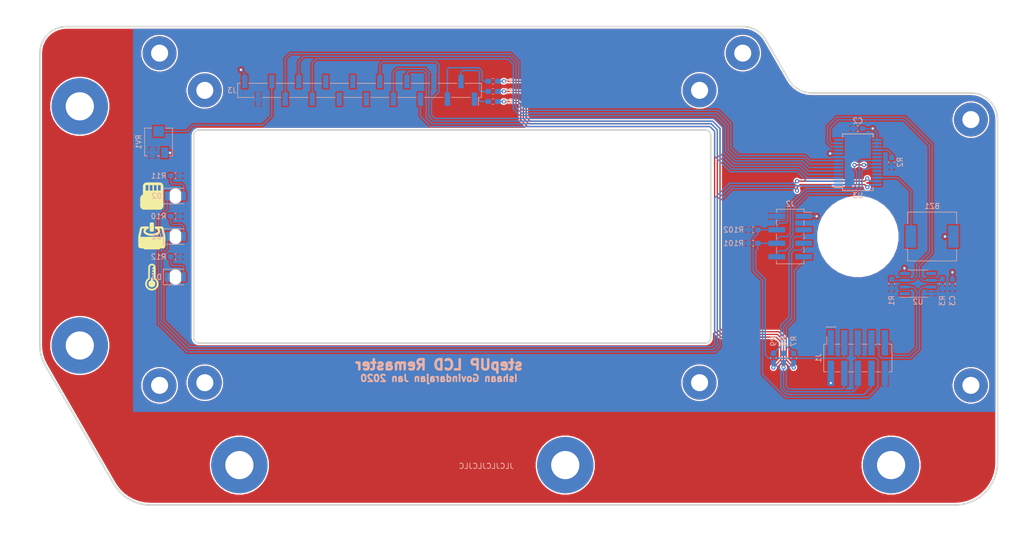
<source format=kicad_pcb>
(kicad_pcb (version 20171130) (host pcbnew "(5.1.4)-1")
  (layers (0 F.Cu signal) (31 B.Cu signal) (34 B.Paste user) (35 F.Paste user) (36 B.SilkS user) (37 F.SilkS user) (38 B.Mask user) (39 F.Mask user) (44 Edge.Cuts user))
  (net 0 "")
  (net 1 GND)
  (net 2 /BUZZ)
  (net 3 +5V)
  (net 4 "Net-(D1-Pad2)")
  (net 5 /LED1)
  (net 6 "Net-(D2-Pad2)")
  (net 7 /LED2)
  (net 8 "Net-(D3-Pad2)")
  (net 9 /LED3)
  (net 10 /LCL)
  (net 11 /LDA)
  (net 12 /EN_C)
  (net 13 /EN_RED)
  (net 14 /EN_A)
  (net 15 /EN_GREEN)
  (net 16 /EN_B)
  (net 17 /EN_BLUE)
  (net 18 "Net-(J3-Pad16)")
  (net 19 /RW)
  (net 20 /D4)
  (net 21 /D6)
  (net 22 /LCD_GREEN)
  (net 23 /RS)
  (net 24 /E)
  (net 25 /D5)
  (net 26 /D7)
  (net 27 /LCD_RED)
  (net 28 /LCD_BLUE)
  (net 29 "Net-(R1-Pad1)")
  (net 30 "Net-(R2-Pad1)")
  (net 31 "Net-(R3-Pad2)")
  (net 32 /RED)
  (net 33 /GREEN)
  (net 34 /BLUE)
  (module Custom-Graphics:Icon_Temp (layer F.Cu) (at 67.285 82.62)
    (fp_text reference G103 hide)
    (fp_text value "Hot Icon" hide)
  )
  (module Custom-Graphics:Icon_SD (layer F.Cu) (at 67.285 67.38)
    (fp_text reference G102 hide)
    (fp_text value "SD Icon" hide)
  )
  (module Custom-Graphics:Icon_Stepper (layer F.Cu) (at 67.285 74.873)
    (fp_text reference G101 hide)
    (fp_text value "Stepper Icon" hide)
  )
  (module Resistor_SMD:R_0603_1608Metric_Pad1.05x0.95mm_HandSolder (layer B.Cu) (at 180.315 73.73 180)
    (fp_text reference R102 (at 3.683 0) (layer B.SilkS) (effects (justify mirror)))
    (fp_text value 1K hide)
    (pad 1 smd roundrect (at -0.875 0 180) (size 1.05 0.95) (layers B.Cu B.Paste B.Mask) (net 16 /EN_B))
    (pad 2 smd roundrect (at 0.875 0 180) (size 1.05 0.95) (layers B.Cu B.Paste B.Mask) (net 3 +5V))
  )
  (module Resistor_SMD:R_0603_1608Metric_Pad1.05x0.95mm_HandSolder (layer B.Cu) (at 180.315 76.27 180)
    (fp_text reference R101 (at 3.683 0) (layer B.SilkS) (effects (justify mirror)))
    (fp_text value 1K hide)
    (pad 1 smd roundrect (at -0.875 0 180) (size 1.05 0.95) (layers B.Cu B.Paste B.Mask) (net 14 /EN_A))
    (pad 2 smd roundrect (at 0.875 0 180) (size 1.05 0.95) (layers B.Cu B.Paste B.Mask) (net 3 +5V))
  )
  (module Package_SO:SOIC-8_3.9x4.9mm_P1.27mm (layer B.Cu) (at 211.293 83.866)
    (fp_text reference U2 (at 0 3.4) (layer B.SilkS) (effects (justify mirror)))
    (fp_text value P82B715 hide)
    (pad 1 smd roundrect (at -2.475 1.905) (size 1.95 0.6) (layers B.Cu B.Paste B.Mask))
    (pad 2 smd roundrect (at -2.475 0.635) (size 1.95 0.6) (layers B.Cu B.Paste B.Mask) (net 11 /LDA))
    (pad 3 smd roundrect (at -2.475 -0.635) (size 1.95 0.6) (layers B.Cu B.Paste B.Mask) (net 29 "Net-(R1-Pad1)"))
    (pad 4 smd roundrect (at -2.475 -1.905) (size 1.95 0.6) (layers B.Cu B.Paste B.Mask) (net 1 GND))
    (pad 5 smd roundrect (at 2.475 -1.905) (size 1.95 0.6) (layers B.Cu B.Paste B.Mask))
    (pad 6 smd roundrect (at 2.475 -0.635) (size 1.95 0.6) (layers B.Cu B.Paste B.Mask) (net 31 "Net-(R3-Pad2)"))
    (pad 7 smd roundrect (at 2.475 0.635) (size 1.95 0.6) (layers B.Cu B.Paste B.Mask) (net 10 /LCL))
    (pad 8 smd roundrect (at 2.475 1.905) (size 1.95 0.6) (layers B.Cu B.Paste B.Mask) (net 3 +5V))
  )
  (module Custom-Electromechanical:Potentiometer_Vishay_TS53YJ (layer B.Cu) (at 68.555 57.22 270)
    (fp_text reference RV1 (at 0 3.75 90) (layer B.SilkS) (effects (justify mirror)))
    (fp_text value R_POT hide)
    (pad 3 smd rect (at 2 -1.15 270) (size 2 1.3) (layers B.Cu B.Paste B.Mask) (net 1 GND))
    (pad 2 smd rect (at -2 0 270) (size 2 2) (layers B.Cu B.Paste B.Mask) (net 18 "Net-(J3-Pad16)"))
    (pad 1 smd rect (at 2 1.15 270) (size 2 1.3) (layers B.Cu B.Paste B.Mask) (net 3 +5V))
  )
  (module Custom-Electromechanical:PinHeader_2x05_P2.54mm_Shrouded (layer B.Cu) (at 200 97.86 270)
    (fp_text reference J1 (at 0 7.41 90) (layer B.SilkS) (effects (justify mirror)))
    (fp_text value Conn_02x05_Odd_Even hide)
    (pad 1 smd rect (at -2.875 5.08 270) (size 4.75 1.2) (layers B.Cu B.Paste B.Mask))
    (pad 2 smd rect (at 2.875 5.08 270) (size 4.75 1.2) (layers B.Cu B.Paste B.Mask) (net 1 GND))
    (pad 3 smd rect (at -2.875 2.54 270) (size 4.75 1.2) (layers B.Cu B.Paste B.Mask) (net 14 /EN_A))
    (pad 4 smd rect (at 2.875 2.54 270) (size 4.75 1.2) (layers B.Cu B.Paste B.Mask) (net 32 /RED))
    (pad 5 smd rect (at -2.875 0 270) (size 4.75 1.2) (layers B.Cu B.Paste B.Mask) (net 16 /EN_B))
    (pad 6 smd rect (at 2.875 0 270) (size 4.75 1.2) (layers B.Cu B.Paste B.Mask) (net 33 /GREEN))
    (pad 7 smd rect (at -2.875 -2.54 270) (size 4.75 1.2) (layers B.Cu B.Paste B.Mask) (net 10 /LCL))
    (pad 8 smd rect (at 2.875 -2.54 270) (size 4.75 1.2) (layers B.Cu B.Paste B.Mask) (net 34 /BLUE))
    (pad 9 smd rect (at -2.875 -5.08 270) (size 4.75 1.2) (layers B.Cu B.Paste B.Mask) (net 11 /LDA))
    (pad 10 smd rect (at 2.875 -5.08 270) (size 4.75 1.2) (layers B.Cu B.Paste B.Mask) (net 3 +5V))
  )
  (module Custom-Electromechanical:Buzzer_CUI_CPT9019S (layer B.Cu) (at 213.97 75)
    (fp_text reference BZ1 (at 0 -5.715) (layer B.SilkS) (effects (justify mirror)))
    (fp_text value Buzzer hide)
    (pad 2 smd rect (at 4 0) (size 2 4.2) (layers B.Cu B.Paste B.Mask) (net 1 GND))
    (pad 1 smd rect (at -4 0) (size 2 4.2) (layers B.Cu B.Paste B.Mask) (net 2 /BUZZ))
  )
  (module Custom-DiscreteSemi:LED_1206ReverseMount (layer B.Cu) (at 71.73 82.62)
    (fp_text reference D3 (at -3.556 0) (layer B.SilkS) (effects (justify mirror)))
    (fp_text value LED hide)
    (pad 1 smd roundrect (at -1.55 0) (size 0.95 1.75) (layers B.Cu B.Paste B.Mask) (roundrect_rratio 0.2) (net 9 /LED3))
    (pad 2 smd roundrect (at 1.55 0) (size 0.95 1.75) (layers B.Cu B.Paste B.Mask) (roundrect_rratio 0.2) (net 8 "Net-(D3-Pad2)"))
    (pad "" np_thru_hole oval (at 0 0) (size 1.8 2.4) (drill oval 1.8 2.4) (layers *.Cu *.Mask))
  )
  (module Custom-DiscreteSemi:LED_1206ReverseMount (layer B.Cu) (at 71.73 67.38)
    (fp_text reference D2 (at -3.556 0) (layer B.SilkS) (effects (justify mirror)))
    (fp_text value LED hide)
    (pad 1 smd roundrect (at -1.55 0) (size 0.95 1.75) (layers B.Cu B.Paste B.Mask) (roundrect_rratio 0.2) (net 7 /LED2))
    (pad 2 smd roundrect (at 1.55 0) (size 0.95 1.75) (layers B.Cu B.Paste B.Mask) (roundrect_rratio 0.2) (net 6 "Net-(D2-Pad2)"))
    (pad "" np_thru_hole oval (at 0 0) (size 1.8 2.4) (drill oval 1.8 2.4) (layers *.Cu *.Mask))
  )
  (module Custom-DiscreteSemi:LED_1206ReverseMount (layer B.Cu) (at 71.73 75)
    (fp_text reference D1 (at -3.556 0) (layer B.SilkS) (effects (justify mirror)))
    (fp_text value LED hide)
    (pad 1 smd roundrect (at -1.55 0) (size 0.95 1.75) (layers B.Cu B.Paste B.Mask) (roundrect_rratio 0.2) (net 5 /LED1))
    (pad 2 smd roundrect (at 1.55 0) (size 0.95 1.75) (layers B.Cu B.Paste B.Mask) (roundrect_rratio 0.2) (net 4 "Net-(D1-Pad2)"))
    (pad "" np_thru_hole oval (at 0 0) (size 1.8 2.4) (drill oval 1.8 2.4) (layers *.Cu *.Mask))
  )
  (module MountingHole:MountingHole_3.2mm_M3_Pad (layer F.Cu) (at 170.25 102.5)
    (fp_text reference H15 hide)
    (fp_text value MountingHole hide)
    (pad 1 thru_hole circle (at 0 0) (size 6.4 6.4) (drill 3.2) (layers *.Cu *.Mask))
  )
  (module MountingHole:MountingHole_3.2mm_M3_Pad (layer F.Cu) (at 170.25 47.5)
    (fp_text reference H14 hide)
    (fp_text value MountingHole hide)
    (pad 1 thru_hole circle (at 0 0) (size 6.4 6.4) (drill 3.2) (layers *.Cu *.Mask))
  )
  (module MountingHole:MountingHole_3.2mm_M3_Pad (layer F.Cu) (at 77.25 47.5)
    (fp_text reference H13 hide)
    (fp_text value MountingHole hide)
    (pad 1 thru_hole circle (at 0 0) (size 6.4 6.4) (drill 3.2) (layers *.Cu *.Mask))
  )
  (module MountingHole:MountingHole_3.2mm_M3_Pad (layer F.Cu) (at 77.25 102.5)
    (fp_text reference H12 hide)
    (fp_text value MountingHole hide)
    (pad 1 thru_hole circle (at 0 0) (size 6.4 6.4) (drill 3.2) (layers *.Cu *.Mask))
  )
  (module MountingHole:MountingHole_3.2mm_M3_Pad (layer F.Cu) (at 221.25 103)
    (fp_text reference H11 hide)
    (fp_text value MountingHole hide)
    (pad 1 thru_hole circle (at 0 0) (size 6.4 6.4) (drill 3.2) (layers *.Cu *.Mask))
  )
  (module MountingHole:MountingHole_3.2mm_M3_Pad (layer F.Cu) (at 221.25 53)
    (fp_text reference H10 hide)
    (fp_text value MountingHole hide)
    (pad 1 thru_hole circle (at 0 0) (size 6.4 6.4) (drill 3.2) (layers *.Cu *.Mask))
  )
  (module MountingHole:MountingHole_3.2mm_M3_Pad (layer F.Cu) (at 178.363248 40.5)
    (fp_text reference H9 hide)
    (fp_text value MountingHole hide)
    (pad 1 thru_hole circle (at 0 0) (size 6.4 6.4) (drill 3.2) (layers *.Cu *.Mask))
  )
  (module MountingHole:MountingHole_3.2mm_M3_Pad (layer F.Cu) (at 68.75 40.5)
    (fp_text reference H8 hide)
    (fp_text value MountingHole hide)
    (pad 1 thru_hole circle (at 0 0) (size 6.4 6.4) (drill 3.2) (layers *.Cu *.Mask))
  )
  (module MountingHole:MountingHole_3.2mm_M3_Pad (layer F.Cu) (at 68.75 103)
    (fp_text reference H7 hide)
    (fp_text value MountingHole hide)
    (pad 1 thru_hole circle (at 0 0) (size 6.4 6.4) (drill 3.2) (layers *.Cu *.Mask))
  )
  (module MountingHole:MountingHole_5.3mm_M5_Pad (layer F.Cu) (at 206.25 118)
    (fp_text reference H6 hide)
    (fp_text value MountingHole hide)
    (pad 1 thru_hole circle (at 0 0) (size 10.6 10.6) (drill 5.3) (layers *.Cu *.Mask))
  )
  (module MountingHole:MountingHole_5.3mm_M5_Pad (layer F.Cu) (at 145 118)
    (fp_text reference H5 hide)
    (fp_text value MountingHole hide)
    (pad 1 thru_hole circle (at 0 0) (size 10.6 10.6) (drill 5.3) (layers *.Cu *.Mask))
  )
  (module MountingHole:MountingHole_5.3mm_M5_Pad (layer F.Cu) (at 83.75 118)
    (fp_text reference H4 hide)
    (fp_text value MountingHole hide)
    (pad 1 thru_hole circle (at 0 0) (size 10.6 10.6) (drill 5.3) (layers *.Cu *.Mask))
  )
  (module MountingHole:MountingHole_5.3mm_M5_Pad (layer F.Cu) (at 53.75 95.5)
    (fp_text reference H3 hide)
    (fp_text value MountingHole hide)
    (pad 1 thru_hole circle (at 0 0) (size 10.6 10.6) (drill 5.3) (layers *.Cu *.Mask))
  )
  (module MountingHole:MountingHole_5.3mm_M5_Pad (layer F.Cu) (at 53.75 50.5)
    (fp_text reference H2 hide)
    (fp_text value MountingHole hide)
    (pad 1 thru_hole circle (at 0 0) (size 10.6 10.6) (drill 5.3) (layers *.Cu *.Mask))
  )
  (module Custom-Mechanical:RGB_Encoder_Hole (layer F.Cu) (at 200 75)
    (fp_text reference H1 hide)
    (fp_text value MountingHole hide)
    (pad "" np_thru_hole circle (at 0 0) (size 9.3 9.3) (drill 9.3) (layers *.Cu *.Mask) (clearance 3))
  )
  (module Package_SO:SSOP-28_5.3x10.2mm_P0.65mm (layer B.Cu) (at 200 61.03)
    (fp_text reference U3 (at 0 6.25) (layer B.SilkS) (effects (justify mirror)))
    (fp_text value MCP23017_SS hide)
    (pad 1 smd rect (at -3.6 4.225) (size 1.75 0.45) (layers B.Cu B.Paste B.Mask) (net 5 /LED1))
    (pad 2 smd rect (at -3.6 3.575) (size 1.75 0.45) (layers B.Cu B.Paste B.Mask) (net 26 /D7))
    (pad 3 smd rect (at -3.6 2.925) (size 1.75 0.45) (layers B.Cu B.Paste B.Mask) (net 21 /D6))
    (pad 4 smd rect (at -3.6 2.275) (size 1.75 0.45) (layers B.Cu B.Paste B.Mask) (net 25 /D5))
    (pad 5 smd rect (at -3.6 1.625) (size 1.75 0.45) (layers B.Cu B.Paste B.Mask) (net 20 /D4))
    (pad 6 smd rect (at -3.6 0.975) (size 1.75 0.45) (layers B.Cu B.Paste B.Mask) (net 24 /E))
    (pad 7 smd rect (at -3.6 0.325) (size 1.75 0.45) (layers B.Cu B.Paste B.Mask) (net 19 /RW))
    (pad 8 smd rect (at -3.6 -0.325) (size 1.75 0.45) (layers B.Cu B.Paste B.Mask) (net 23 /RS))
    (pad 9 smd rect (at -3.6 -0.975) (size 1.75 0.45) (layers B.Cu B.Paste B.Mask) (net 3 +5V))
    (pad 10 smd rect (at -3.6 -1.625) (size 1.75 0.45) (layers B.Cu B.Paste B.Mask) (net 1 GND))
    (pad 11 smd rect (at -3.6 -2.275) (size 1.75 0.45) (layers B.Cu B.Paste B.Mask))
    (pad 12 smd rect (at -3.6 -2.925) (size 1.75 0.45) (layers B.Cu B.Paste B.Mask) (net 31 "Net-(R3-Pad2)"))
    (pad 13 smd rect (at -3.6 -3.575) (size 1.75 0.45) (layers B.Cu B.Paste B.Mask) (net 29 "Net-(R1-Pad1)"))
    (pad 14 smd rect (at -3.6 -4.225) (size 1.75 0.45) (layers B.Cu B.Paste B.Mask))
    (pad 15 smd rect (at 3.6 -4.225) (size 1.75 0.45) (layers B.Cu B.Paste B.Mask) (net 1 GND))
    (pad 16 smd rect (at 3.6 -3.575) (size 1.75 0.45) (layers B.Cu B.Paste B.Mask) (net 1 GND))
    (pad 17 smd rect (at 3.6 -2.925) (size 1.75 0.45) (layers B.Cu B.Paste B.Mask) (net 1 GND))
    (pad 18 smd rect (at 3.6 -2.275) (size 1.75 0.45) (layers B.Cu B.Paste B.Mask) (net 30 "Net-(R2-Pad1)"))
    (pad 19 smd rect (at 3.6 -1.625) (size 1.75 0.45) (layers B.Cu B.Paste B.Mask))
    (pad 20 smd rect (at 3.6 -0.975) (size 1.75 0.45) (layers B.Cu B.Paste B.Mask))
    (pad 21 smd rect (at 3.6 -0.325) (size 1.75 0.45) (layers B.Cu B.Paste B.Mask) (net 14 /EN_A))
    (pad 22 smd rect (at 3.6 0.325) (size 1.75 0.45) (layers B.Cu B.Paste B.Mask) (net 16 /EN_B))
    (pad 23 smd rect (at 3.6 0.975) (size 1.75 0.45) (layers B.Cu B.Paste B.Mask) (net 12 /EN_C))
    (pad 24 smd rect (at 3.6 1.625) (size 1.75 0.45) (layers B.Cu B.Paste B.Mask))
    (pad 25 smd rect (at 3.6 2.275) (size 1.75 0.45) (layers B.Cu B.Paste B.Mask))
    (pad 26 smd rect (at 3.6 2.925) (size 1.75 0.45) (layers B.Cu B.Paste B.Mask) (net 2 /BUZZ))
    (pad 27 smd rect (at 3.6 3.575) (size 1.75 0.45) (layers B.Cu B.Paste B.Mask) (net 9 /LED3))
    (pad 28 smd rect (at 3.6 4.225) (size 1.75 0.45) (layers B.Cu B.Paste B.Mask) (net 7 /LED2))
  )
  (module Resistor_SMD:R_0603_1608Metric_Pad1.05x0.95mm_HandSolder (layer B.Cu) (at 71.73 78.81 180)
    (fp_text reference R12 (at 3.175 0) (layer B.SilkS) (effects (justify mirror)))
    (fp_text value 390R hide)
    (pad 2 smd roundrect (at 0.875 0 180) (size 1.05 0.95) (layers B.Cu B.Paste B.Mask) (net 8 "Net-(D3-Pad2)"))
    (pad 1 smd roundrect (at -0.875 0 180) (size 1.05 0.95) (layers B.Cu B.Paste B.Mask) (net 3 +5V))
  )
  (module Resistor_SMD:R_0603_1608Metric_Pad1.05x0.95mm_HandSolder (layer B.Cu) (at 71.73 63.57 180)
    (fp_text reference R11 (at 3.175 0) (layer B.SilkS) (effects (justify mirror)))
    (fp_text value 390R hide)
    (pad 2 smd roundrect (at 0.875 0 180) (size 1.05 0.95) (layers B.Cu B.Paste B.Mask) (net 6 "Net-(D2-Pad2)"))
    (pad 1 smd roundrect (at -0.875 0 180) (size 1.05 0.95) (layers B.Cu B.Paste B.Mask) (net 3 +5V))
  )
  (module Resistor_SMD:R_0603_1608Metric_Pad1.05x0.95mm_HandSolder (layer B.Cu) (at 71.73 71.19 180)
    (fp_text reference R10 (at 3.175 0) (layer B.SilkS) (effects (justify mirror)))
    (fp_text value 390R hide)
    (pad 2 smd roundrect (at 0.875 0 180) (size 1.05 0.95) (layers B.Cu B.Paste B.Mask) (net 4 "Net-(D1-Pad2)"))
    (pad 1 smd roundrect (at -0.875 0 180) (size 1.05 0.95) (layers B.Cu B.Paste B.Mask) (net 3 +5V))
  )
  (module Resistor_SMD:R_0603_1608Metric_Pad1.05x0.95mm_HandSolder (layer B.Cu) (at 184.125 97.86 90)
    (fp_text reference R9 (at 3.175 0 90) (layer B.SilkS) (effects (justify mirror)))
    (fp_text value 390R hide)
    (pad 2 smd roundrect (at 0.875 0 90) (size 1.05 0.95) (layers B.Cu B.Paste B.Mask) (net 17 /EN_BLUE))
    (pad 1 smd roundrect (at -0.875 0 90) (size 1.05 0.95) (layers B.Cu B.Paste B.Mask) (net 34 /BLUE))
  )
  (module Resistor_SMD:R_0603_1608Metric_Pad1.05x0.95mm_HandSolder (layer B.Cu) (at 186.03 97.86 90)
    (fp_text reference R8 (at 3.175 0 270) (layer B.SilkS) (effects (justify mirror)))
    (fp_text value 390R hide)
    (pad 2 smd roundrect (at 0.875 0 90) (size 1.05 0.95) (layers B.Cu B.Paste B.Mask) (net 15 /EN_GREEN))
    (pad 1 smd roundrect (at -0.875 0 90) (size 1.05 0.95) (layers B.Cu B.Paste B.Mask) (net 33 /GREEN))
  )
  (module Resistor_SMD:R_0603_1608Metric_Pad1.05x0.95mm_HandSolder (layer B.Cu) (at 187.935 97.86 90)
    (fp_text reference R7 (at 3.175 0 90) (layer B.SilkS) (effects (justify mirror)))
    (fp_text value 390R hide)
    (pad 2 smd roundrect (at 0.875 0 90) (size 1.05 0.95) (layers B.Cu B.Paste B.Mask) (net 13 /EN_RED))
    (pad 1 smd roundrect (at -0.875 0 90) (size 1.05 0.95) (layers B.Cu B.Paste B.Mask) (net 32 /RED))
  )
  (module Resistor_SMD:R_0603_1608Metric_Pad1.05x0.95mm_HandSolder (layer B.Cu) (at 131.42 49.6 180)
    (fp_text reference R6 (at -2.8575 0) (layer B.SilkS) (effects (justify mirror)))
    (fp_text value 0R hide)
    (pad 2 smd roundrect (at 0.875 0 180) (size 1.05 0.95) (layers B.Cu B.Paste B.Mask) (net 28 /LCD_BLUE))
    (pad 1 smd roundrect (at -0.875 0 180) (size 1.05 0.95) (layers B.Cu B.Paste B.Mask) (net 34 /BLUE))
  )
  (module Resistor_SMD:R_0603_1608Metric_Pad1.05x0.95mm_HandSolder (layer B.Cu) (at 131.42 47.695 180)
    (fp_text reference R5 (at -2.8575 0) (layer B.SilkS) (effects (justify mirror)))
    (fp_text value 0R hide)
    (pad 2 smd roundrect (at 0.875 0 180) (size 1.05 0.95) (layers B.Cu B.Paste B.Mask) (net 22 /LCD_GREEN))
    (pad 1 smd roundrect (at -0.875 0 180) (size 1.05 0.95) (layers B.Cu B.Paste B.Mask) (net 33 /GREEN))
  )
  (module Resistor_SMD:R_0603_1608Metric_Pad1.05x0.95mm_HandSolder (layer B.Cu) (at 131.42 45.79 180)
    (fp_text reference R4 (at -2.8575 0) (layer B.SilkS) (effects (justify mirror)))
    (fp_text value 0R hide)
    (pad 2 smd roundrect (at 0.875 0 180) (size 1.05 0.95) (layers B.Cu B.Paste B.Mask) (net 27 /LCD_RED))
    (pad 1 smd roundrect (at -0.875 0 180) (size 1.05 0.95) (layers B.Cu B.Paste B.Mask) (net 32 /RED))
  )
  (module Resistor_SMD:R_0603_1608Metric_Pad1.05x0.95mm_HandSolder (layer B.Cu) (at 215.875 83.89 90)
    (fp_text reference R3 (at -3.175 0 270) (layer B.SilkS) (effects (justify mirror)))
    (fp_text value 4K7 hide)
    (pad 2 smd roundrect (at 0.875 0 90) (size 1.05 0.95) (layers B.Cu B.Paste B.Mask) (net 31 "Net-(R3-Pad2)"))
    (pad 1 smd roundrect (at -0.875 0 90) (size 1.05 0.95) (layers B.Cu B.Paste B.Mask) (net 3 +5V))
  )
  (module Resistor_SMD:R_0603_1608Metric_Pad1.05x0.95mm_HandSolder (layer B.Cu) (at 206.35 61.03 270)
    (fp_text reference R2 (at 0 -1.5875 270) (layer B.SilkS) (effects (justify mirror)))
    (fp_text value 10K hide)
    (pad 2 smd roundrect (at 0.875 0 270) (size 1.05 0.95) (layers B.Cu B.Paste B.Mask) (net 3 +5V))
    (pad 1 smd roundrect (at -0.875 0 270) (size 1.05 0.95) (layers B.Cu B.Paste B.Mask) (net 30 "Net-(R2-Pad1)"))
  )
  (module Resistor_SMD:R_0603_1608Metric_Pad1.05x0.95mm_HandSolder (layer B.Cu) (at 206.35 83.89 270)
    (fp_text reference R1 (at 3.175 0 270) (layer B.SilkS) (effects (justify mirror)))
    (fp_text value 4K7 hide)
    (pad 2 smd roundrect (at 0.875 0 270) (size 1.05 0.95) (layers B.Cu B.Paste B.Mask) (net 3 +5V))
    (pad 1 smd roundrect (at -0.875 0 270) (size 1.05 0.95) (layers B.Cu B.Paste B.Mask) (net 29 "Net-(R1-Pad1)"))
  )
  (module Connector_PinHeader_2.54mm:PinHeader_1x18_P2.54mm_Vertical_SMD_Pin1Left (layer B.Cu) (at 106.34 47.5 90)
    (fp_text reference J3 (at 0 -23.9825 180) (layer B.SilkS) (effects (justify mirror)))
    (fp_text value Conn_01x18 hide)
    (pad 1 smd rect (at -1.655 21.59 90) (size 2.51 1) (layers B.Cu B.Paste B.Mask) (net 28 /LCD_BLUE))
    (pad 3 smd rect (at -1.655 16.51 90) (size 2.51 1) (layers B.Cu B.Paste B.Mask) (net 27 /LCD_RED))
    (pad 5 smd rect (at -1.655 11.43 90) (size 2.51 1) (layers B.Cu B.Paste B.Mask) (net 26 /D7))
    (pad 7 smd rect (at -1.655 6.35 90) (size 2.51 1) (layers B.Cu B.Paste B.Mask) (net 25 /D5))
    (pad 9 smd rect (at -1.655 1.27 90) (size 2.51 1) (layers B.Cu B.Paste B.Mask))
    (pad 11 smd rect (at -1.655 -3.81 90) (size 2.51 1) (layers B.Cu B.Paste B.Mask))
    (pad 13 smd rect (at -1.655 -8.89 90) (size 2.51 1) (layers B.Cu B.Paste B.Mask) (net 24 /E))
    (pad 15 smd rect (at -1.655 -13.97 90) (size 2.51 1) (layers B.Cu B.Paste B.Mask) (net 23 /RS))
    (pad 17 smd rect (at -1.655 -19.05 90) (size 2.51 1) (layers B.Cu B.Paste B.Mask) (net 3 +5V))
    (pad 2 smd rect (at 1.655 19.05 90) (size 2.51 1) (layers B.Cu B.Paste B.Mask) (net 22 /LCD_GREEN))
    (pad 4 smd rect (at 1.655 13.97 90) (size 2.51 1) (layers B.Cu B.Paste B.Mask) (net 3 +5V))
    (pad 6 smd rect (at 1.655 8.89 90) (size 2.51 1) (layers B.Cu B.Paste B.Mask) (net 21 /D6))
    (pad 8 smd rect (at 1.655 3.81 90) (size 2.51 1) (layers B.Cu B.Paste B.Mask) (net 20 /D4))
    (pad 10 smd rect (at 1.655 -1.27 90) (size 2.51 1) (layers B.Cu B.Paste B.Mask))
    (pad 12 smd rect (at 1.655 -6.35 90) (size 2.51 1) (layers B.Cu B.Paste B.Mask))
    (pad 14 smd rect (at 1.655 -11.43 90) (size 2.51 1) (layers B.Cu B.Paste B.Mask) (net 19 /RW))
    (pad 16 smd rect (at 1.655 -16.51 90) (size 2.51 1) (layers B.Cu B.Paste B.Mask) (net 18 "Net-(J3-Pad16)"))
    (pad 18 smd rect (at 1.655 -21.59 90) (size 2.51 1) (layers B.Cu B.Paste B.Mask) (net 1 GND))
  )
  (module Connector_PinHeader_2.54mm:PinHeader_2x04_P2.54mm_Vertical_SMD (layer B.Cu) (at 187.3 75 180)
    (fp_text reference J2 (at 0 6.14) (layer B.SilkS) (effects (justify mirror)))
    (fp_text value Conn_02x04_Odd_Even hide)
    (pad 8 smd rect (at 2.525 -3.81 180) (size 3.15 1) (layers B.Cu B.Paste B.Mask) (net 12 /EN_C))
    (pad 7 smd rect (at -2.525 -3.81 180) (size 3.15 1) (layers B.Cu B.Paste B.Mask) (net 13 /EN_RED))
    (pad 6 smd rect (at 2.525 -1.27 180) (size 3.15 1) (layers B.Cu B.Paste B.Mask) (net 14 /EN_A))
    (pad 5 smd rect (at -2.525 -1.27 180) (size 3.15 1) (layers B.Cu B.Paste B.Mask) (net 15 /EN_GREEN))
    (pad 4 smd rect (at 2.525 1.27 180) (size 3.15 1) (layers B.Cu B.Paste B.Mask) (net 16 /EN_B))
    (pad 3 smd rect (at -2.525 1.27 180) (size 3.15 1) (layers B.Cu B.Paste B.Mask) (net 17 /EN_BLUE))
    (pad 2 smd rect (at 2.525 3.81 180) (size 3.15 1) (layers B.Cu B.Paste B.Mask) (net 3 +5V))
    (pad 1 smd rect (at -2.525 3.81 180) (size 3.15 1) (layers B.Cu B.Paste B.Mask) (net 1 GND))
  )
  (module Capacitor_SMD:C_0603_1608Metric_Pad1.05x0.95mm_HandSolder (layer B.Cu) (at 217.78 83.89 270)
    (fp_text reference C3 (at 3.175 0 270) (layer B.SilkS) (effects (justify mirror)))
    (fp_text value 100n hide)
    (pad 2 smd roundrect (at 0.875 0 270) (size 1.05 0.95) (layers B.Cu B.Paste B.Mask) (net 3 +5V))
    (pad 1 smd roundrect (at -0.875 0 270) (size 1.05 0.95) (layers B.Cu B.Paste B.Mask) (net 1 GND))
  )
  (module Capacitor_SMD:C_0603_1608Metric_Pad1.05x0.95mm_HandSolder (layer B.Cu) (at 200 54.68 180)
    (fp_text reference C2 (at 0 1.43 180) (layer B.SilkS) (effects (justify mirror)))
    (fp_text value 100n hide)
    (pad 2 smd roundrect (at 0.875 0 180) (size 1.05 0.95) (layers B.Cu B.Paste B.Mask) (net 3 +5V))
    (pad 1 smd roundrect (at -0.875 0 180) (size 1.05 0.95) (layers B.Cu B.Paste B.Mask) (net 1 GND))
  )
  (gr_text JLCJLCJLCJLC (at 130.15 118.18) (layer B.SilkS) (effects (font (size 1 1)) (justify mirror)))
  (gr_text "Ishaan Govindarajan Jan 2020" (at 121.26 101.67) (layer B.SilkS) (effects (font (size 1.27 1.27) (thickness 0.3175)) (justify mirror)))
  (gr_text "stepUP LCD Remaster" (at 121.26 99.13) (layer B.SilkS) (effects (font (size 1.905 1.905) (thickness 0.47625)) (justify mirror)))
  (gr_line (start 194.031 92.018) (end 195.936 92.018) (layer B.SilkS) (width 0.12))
  (gr_arc (start 171.35 94.05) (end 171.35 95.05) (angle -90) (layer Edge.Cuts) (width 0.304799))
  (gr_line (start 171.35 95.05) (end 76.15 95.05) (layer Edge.Cuts) (width 0.304799))
  (gr_line (start 76.15 54.95) (end 171.35 54.95) (layer Edge.Cuts) (width 0.304799))
  (gr_line (start 67.029056 125.500001) (end 218.249999 125.5) (layer Edge.Cuts) (width 0.304799))
  (gr_arc (start 218.249999 117.5) (end 218.249999 125.5) (angle -90) (layer Edge.Cuts) (width 0.304799))
  (gr_line (start 226.249999 117.5) (end 226.25 53.000001) (layer Edge.Cuts) (width 0.304799))
  (gr_line (start 172.35 55.95) (end 172.35 94.05) (layer Edge.Cuts) (width 0.304799))
  (gr_line (start 75.15 94.05) (end 75.15 55.95) (layer Edge.Cuts) (width 0.304799))
  (gr_arc (start 67.029056 117.5) (end 60.100852 121.500001) (angle -60) (layer Edge.Cuts) (width 0.304799))
  (gr_arc (start 76.15 55.95) (end 76.15 54.95) (angle -90) (layer Edge.Cuts) (width 0.304799))
  (gr_arc (start 171.35 55.95) (end 172.35 55.95) (angle -90) (layer Edge.Cuts) (width 0.304799))
  (gr_arc (start 76.15 94.050001) (end 75.15 94.05) (angle -90) (layer Edge.Cuts) (width 0.304799))
  (gr_line (start 178.363247 35.500001) (end 51.25 35.5) (layer Edge.Cuts) (width 0.304799))
  (gr_line (start 187.023502 45.5) (end 182.693375 38) (layer Edge.Cuts) (width 0.304799))
  (gr_arc (start 178.363248 40.500001) (end 182.693375 38) (angle -60) (layer Edge.Cuts) (width 0.304799))
  (gr_line (start 221.25 48.000001) (end 191.353629 48) (layer Edge.Cuts) (width 0.304799))
  (gr_line (start 47.254809 99.25) (end 60.100852 121.500001) (layer Edge.Cuts) (width 0.304799))
  (gr_arc (start 53.75 95.5) (end 46.25 95.5) (angle -30) (layer Edge.Cuts) (width 0.304799))
  (gr_line (start 46.25 40.5) (end 46.25 95.5) (layer Edge.Cuts) (width 0.304799))
  (gr_arc (start 51.25 40.5) (end 51.25 35.5) (angle -90) (layer Edge.Cuts) (width 0.304799))
  (gr_arc (start 191.353629 43) (end 187.023502 45.5) (angle -60) (layer Edge.Cuts) (width 0.304799))
  (gr_arc (start 221.25 53.000001) (end 226.25 53.000001) (angle -90) (layer Edge.Cuts) (width 0.304799))
  (segment (start 84.557 45.802) (end 84.6 45.845) (width 0.25) (layer B.Cu) (net 1))
  (via (at 192.253 71.19) (size 0.8) (drill 0.4) (layers F.Cu B.Cu) (net 1))
  (segment (start 192.253 71.19) (end 189.825 71.19) (width 0.25) (layer B.Cu) (net 1))
  (via (at 194.92 102.559) (size 0.8) (drill 0.4) (layers F.Cu B.Cu) (net 1))
  (segment (start 194.92 100.385) (end 194.92 102.559) (width 0.25) (layer B.Cu) (net 1))
  (via (at 208.763 80.969) (size 0.8) (drill 0.4) (layers F.Cu B.Cu) (net 1))
  (segment (start 208.763 81.916) (end 208.718 81.961) (width 0.25) (layer B.Cu) (net 1))
  (segment (start 208.763 80.969) (end 208.763 81.916) (width 0.25) (layer B.Cu) (net 1))
  (via (at 217.78 81.731) (size 0.8) (drill 0.4) (layers F.Cu B.Cu) (net 1))
  (segment (start 217.78 81.731) (end 217.78 83.015) (width 0.25) (layer B.Cu) (net 1))
  (segment (start 203.6 58.105) (end 203.6 57.455) (width 0.25) (layer B.Cu) (net 1))
  (segment (start 203.6 57.455) (end 203.6 56.805) (width 0.25) (layer B.Cu) (net 1))
  (segment (start 203.6 56.805) (end 203.6 55.486) (width 0.25) (layer B.Cu) (net 1))
  (segment (start 203.6 55.486) (end 202.794 54.68) (width 0.25) (layer B.Cu) (net 1))
  (segment (start 202.794 54.68) (end 202.794 54.68) (width 0.25) (layer B.Cu) (net 1))
  (segment (start 202.794 54.68) (end 200.875 54.68) (width 0.25) (layer B.Cu) (net 1))
  (via (at 202.794 54.68) (size 0.8) (drill 0.4) (layers F.Cu B.Cu) (net 1))
  (via (at 194.793 59.379) (size 0.8) (drill 0.4) (layers F.Cu B.Cu) (net 1))
  (segment (start 194.819 59.405) (end 194.793 59.379) (width 0.25) (layer B.Cu) (net 1))
  (segment (start 196.4 59.405) (end 194.819 59.405) (width 0.25) (layer B.Cu) (net 1))
  (via (at 216.383 75) (size 0.8) (drill 0.4) (layers F.Cu B.Cu) (net 1))
  (segment (start 217.97 75) (end 216.383 75) (width 0.25) (layer B.Cu) (net 1))
  (via (at 70.714 59.252) (size 0.8) (drill 0.4) (layers F.Cu B.Cu) (net 1))
  (segment (start 69.705 59.22) (end 70.682 59.22) (width 0.25) (layer B.Cu) (net 1))
  (segment (start 70.682 59.22) (end 70.714 59.252) (width 0.25) (layer B.Cu) (net 1))
  (via (at 84.049 43.631) (size 0.8) (drill 0.4) (layers F.Cu B.Cu) (net 1))
  (segment (start 84.75 45.845) (end 84.75 44.332) (width 0.25) (layer B.Cu) (net 1))
  (segment (start 84.75 44.332) (end 84.049 43.631) (width 0.25) (layer B.Cu) (net 1))
  (segment (start 209.97 66.428) (end 209.97 75) (width 0.25) (layer B.Cu) (net 2))
  (segment (start 203.6 63.955) (end 207.497 63.955) (width 0.25) (layer B.Cu) (net 2))
  (segment (start 207.497 63.955) (end 209.97 66.428) (width 0.25) (layer B.Cu) (net 2))
  (segment (start 73.28 75) (end 73.28 73.121) (width 0.25) (layer B.Cu) (net 4))
  (segment (start 73.28 73.121) (end 72.873 72.714) (width 0.25) (layer B.Cu) (net 4))
  (segment (start 72.873 72.714) (end 71.095 72.714) (width 0.25) (layer B.Cu) (net 4))
  (segment (start 70.855 72.474) (end 70.855 71.19) (width 0.25) (layer B.Cu) (net 4))
  (segment (start 71.095 72.714) (end 70.855 72.474) (width 0.25) (layer B.Cu) (net 4))
  (segment (start 70.18 77.312) (end 70.18 75) (width 0.25) (layer B.Cu) (net 5))
  (segment (start 69.063 78.429) (end 70.18 77.312) (width 0.25) (layer B.Cu) (net 5))
  (segment (start 172.822 96.209) (end 74.143 96.209) (width 0.25) (layer B.Cu) (net 5))
  (segment (start 195.14 65.255) (end 194.92 65.475) (width 0.25) (layer B.Cu) (net 5))
  (segment (start 196.4 65.255) (end 195.14 65.255) (width 0.25) (layer B.Cu) (net 5))
  (segment (start 194.92 65.475) (end 176.124 65.475) (width 0.25) (layer B.Cu) (net 5))
  (segment (start 69.063 91.129) (end 69.063 78.429) (width 0.25) (layer B.Cu) (net 5))
  (segment (start 176.124 65.475) (end 173.584 68.015) (width 0.25) (layer B.Cu) (net 5))
  (segment (start 173.584 68.015) (end 173.584 95.447) (width 0.25) (layer B.Cu) (net 5))
  (segment (start 74.143 96.209) (end 69.063 91.129) (width 0.25) (layer B.Cu) (net 5))
  (segment (start 173.584 95.447) (end 172.822 96.209) (width 0.25) (layer B.Cu) (net 5))
  (segment (start 73.28 65.501) (end 73.28 67.38) (width 0.25) (layer B.Cu) (net 6))
  (segment (start 72.873 65.094) (end 73.28 65.501) (width 0.25) (layer B.Cu) (net 6))
  (segment (start 71.095 65.094) (end 72.873 65.094) (width 0.25) (layer B.Cu) (net 6))
  (segment (start 70.855 63.57) (end 70.855 64.854) (width 0.25) (layer B.Cu) (net 6))
  (segment (start 70.855 64.854) (end 71.095 65.094) (width 0.25) (layer B.Cu) (net 6))
  (via (at 201.778 65.729) (size 0.8) (drill 0.4) (layers F.Cu B.Cu) (net 7))
  (segment (start 203.6 65.255) (end 202.252 65.255) (width 0.25) (layer B.Cu) (net 7))
  (segment (start 202.252 65.255) (end 201.778 65.729) (width 0.25) (layer B.Cu) (net 7))
  (via (at 188.57 66.364) (size 0.8) (drill 0.4) (layers F.Cu B.Cu) (net 7))
  (segment (start 201.27 65.221) (end 201.778 65.729) (width 0.25) (layer F.Cu) (net 7))
  (segment (start 189.147315 65.221) (end 201.27 65.221) (width 0.25) (layer F.Cu) (net 7))
  (segment (start 188.57 65.798315) (end 189.147315 65.221) (width 0.25) (layer F.Cu) (net 7))
  (segment (start 188.57 66.364) (end 188.57 65.798315) (width 0.25) (layer F.Cu) (net 7))
  (segment (start 176.378 65.983) (end 188.189 65.983) (width 0.25) (layer B.Cu) (net 7))
  (segment (start 174.092 68.269) (end 176.378 65.983) (width 0.25) (layer B.Cu) (net 7))
  (segment (start 174.092 95.701) (end 174.092 68.269) (width 0.25) (layer B.Cu) (net 7))
  (segment (start 188.189 65.983) (end 188.57 66.364) (width 0.25) (layer B.Cu) (net 7))
  (segment (start 70.18 69.819) (end 68.555 71.444) (width 0.25) (layer B.Cu) (net 7))
  (segment (start 70.18 67.38) (end 70.18 69.819) (width 0.25) (layer B.Cu) (net 7))
  (segment (start 68.555 71.444) (end 68.555 91.383) (width 0.25) (layer B.Cu) (net 7))
  (segment (start 68.555 91.383) (end 73.889 96.717) (width 0.25) (layer B.Cu) (net 7))
  (segment (start 73.889 96.717) (end 173.076 96.717) (width 0.25) (layer B.Cu) (net 7))
  (segment (start 173.076 96.717) (end 174.092 95.701) (width 0.25) (layer B.Cu) (net 7))
  (segment (start 73.28 82.62) (end 73.28 80.741) (width 0.25) (layer B.Cu) (net 8))
  (segment (start 73.28 80.741) (end 73 80.461) (width 0.25) (layer B.Cu) (net 8))
  (segment (start 73 80.461) (end 71.095 80.461) (width 0.25) (layer B.Cu) (net 8))
  (segment (start 70.855 80.221) (end 70.855 78.81) (width 0.25) (layer B.Cu) (net 8))
  (segment (start 71.095 80.461) (end 70.855 80.221) (width 0.25) (layer B.Cu) (net 8))
  (via (at 201.778 64.078) (size 0.8) (drill 0.4) (layers F.Cu B.Cu) (net 9))
  (segment (start 203.6 64.605) (end 202.305 64.605) (width 0.25) (layer B.Cu) (net 9))
  (segment (start 202.305 64.605) (end 201.778 64.078) (width 0.25) (layer B.Cu) (net 9))
  (segment (start 201.778 64.078) (end 201.27 64.586) (width 0.25) (layer F.Cu) (net 9))
  (segment (start 201.27 64.586) (end 188.697 64.586) (width 0.25) (layer F.Cu) (net 9))
  (via (at 188.57 64.586) (size 0.8) (drill 0.4) (layers F.Cu B.Cu) (net 9))
  (segment (start 188.189 64.967) (end 188.57 64.586) (width 0.25) (layer B.Cu) (net 9))
  (segment (start 175.87 64.967) (end 188.189 64.967) (width 0.25) (layer B.Cu) (net 9))
  (segment (start 173.076 95.193) (end 173.076 67.761) (width 0.25) (layer B.Cu) (net 9))
  (segment (start 70.18 83.903) (end 69.571 84.512) (width 0.25) (layer B.Cu) (net 9))
  (segment (start 70.18 82.62) (end 70.18 83.903) (width 0.25) (layer B.Cu) (net 9))
  (segment (start 173.076 67.761) (end 175.87 64.967) (width 0.25) (layer B.Cu) (net 9))
  (segment (start 69.571 84.512) (end 69.571 90.875) (width 0.25) (layer B.Cu) (net 9))
  (segment (start 69.571 90.875) (end 74.397 95.701) (width 0.25) (layer B.Cu) (net 9))
  (segment (start 74.397 95.701) (end 172.568 95.701) (width 0.25) (layer B.Cu) (net 9))
  (segment (start 172.568 95.701) (end 173.076 95.193) (width 0.25) (layer B.Cu) (net 9))
  (segment (start 212.216 84.501) (end 213.868 84.501) (width 0.25) (layer B.Cu) (net 10))
  (segment (start 211.557 85.16) (end 212.216 84.501) (width 0.25) (layer B.Cu) (net 10))
  (segment (start 211.557 96.209) (end 211.557 85.16) (width 0.25) (layer B.Cu) (net 10))
  (segment (start 203.29 95.335) (end 203.937 95.982) (width 0.25) (layer B.Cu) (net 10))
  (segment (start 203.937 95.982) (end 203.937 97.352) (width 0.25) (layer B.Cu) (net 10))
  (segment (start 203.937 97.352) (end 204.445 97.86) (width 0.25) (layer B.Cu) (net 10))
  (segment (start 202.54 95.335) (end 203.29 95.335) (width 0.25) (layer B.Cu) (net 10))
  (segment (start 204.445 97.86) (end 209.906 97.86) (width 0.25) (layer B.Cu) (net 10))
  (segment (start 209.906 97.86) (end 211.557 96.209) (width 0.25) (layer B.Cu) (net 10))
  (segment (start 210.39 84.501) (end 208.718 84.501) (width 0.25) (layer B.Cu) (net 11))
  (segment (start 211.049 85.16) (end 210.39 84.501) (width 0.25) (layer B.Cu) (net 11))
  (segment (start 211.049 95.955) (end 211.049 85.16) (width 0.25) (layer B.Cu) (net 11))
  (segment (start 205.93 94.985) (end 206.223 95.278) (width 0.25) (layer B.Cu) (net 11))
  (segment (start 205.08 94.985) (end 205.93 94.985) (width 0.25) (layer B.Cu) (net 11))
  (segment (start 206.223 95.278) (end 206.223 96.844) (width 0.25) (layer B.Cu) (net 11))
  (segment (start 206.223 96.844) (end 206.731 97.352) (width 0.25) (layer B.Cu) (net 11))
  (segment (start 206.731 97.352) (end 209.652 97.352) (width 0.25) (layer B.Cu) (net 11))
  (segment (start 209.652 97.352) (end 211.049 95.955) (width 0.25) (layer B.Cu) (net 11))
  (segment (start 186.411 77.667) (end 185.168 77.667) (width 0.25) (layer B.Cu) (net 12))
  (segment (start 184.775 78.06) (end 184.775 78.81) (width 0.25) (layer B.Cu) (net 12))
  (segment (start 187.3 76.778) (end 186.411 77.667) (width 0.25) (layer B.Cu) (net 12))
  (segment (start 187.3 75.127) (end 187.3 76.778) (width 0.25) (layer B.Cu) (net 12))
  (segment (start 187.808 74.619) (end 187.3 75.127) (width 0.25) (layer B.Cu) (net 12))
  (segment (start 190.72759 66.999) (end 187.808 69.91859) (width 0.25) (layer B.Cu) (net 12))
  (segment (start 202.196999 62.005) (end 201.901999 62.3) (width 0.25) (layer B.Cu) (net 12))
  (segment (start 199.492 66.999) (end 190.72759 66.999) (width 0.25) (layer B.Cu) (net 12))
  (segment (start 203.6 62.005) (end 202.196999 62.005) (width 0.25) (layer B.Cu) (net 12))
  (segment (start 201.901999 62.3) (end 201.143 62.3) (width 0.25) (layer B.Cu) (net 12))
  (segment (start 187.808 69.91859) (end 187.808 74.619) (width 0.25) (layer B.Cu) (net 12))
  (segment (start 201.143 62.3) (end 200.762 62.681) (width 0.25) (layer B.Cu) (net 12))
  (segment (start 185.168 77.667) (end 184.775 78.06) (width 0.25) (layer B.Cu) (net 12))
  (segment (start 200.762 62.681) (end 200.762 65.729) (width 0.25) (layer B.Cu) (net 12))
  (segment (start 200.762 65.729) (end 199.492 66.999) (width 0.25) (layer B.Cu) (net 12))
  (segment (start 186.538 95.588) (end 187.935 96.985) (width 0.25) (layer B.Cu) (net 13))
  (segment (start 186.538 92.145) (end 186.538 95.588) (width 0.25) (layer B.Cu) (net 13))
  (segment (start 188.062 90.621) (end 186.538 92.145) (width 0.25) (layer B.Cu) (net 13))
  (segment (start 188.062 81.323) (end 188.062 90.621) (width 0.25) (layer B.Cu) (net 13))
  (segment (start 189.825 78.81) (end 189.825 79.56) (width 0.25) (layer B.Cu) (net 13))
  (segment (start 189.825 79.56) (end 188.062 81.323) (width 0.25) (layer B.Cu) (net 13))
  (segment (start 200.706 60.705) (end 203.6 60.705) (width 0.25) (layer B.Cu) (net 14))
  (segment (start 200.254 61.157) (end 200.706 60.705) (width 0.25) (layer B.Cu) (net 14))
  (segment (start 200.254 65.475) (end 200.254 61.157) (width 0.25) (layer B.Cu) (net 14))
  (segment (start 199.238 66.491) (end 200.254 65.475) (width 0.25) (layer B.Cu) (net 14))
  (segment (start 184.775 75.52) (end 185.295 75) (width 0.25) (layer B.Cu) (net 14))
  (segment (start 190.475 66.491) (end 199.238 66.491) (width 0.25) (layer B.Cu) (net 14))
  (segment (start 184.775 76.27) (end 184.775 75.52) (width 0.25) (layer B.Cu) (net 14))
  (segment (start 185.295 75) (end 186.665 75) (width 0.25) (layer B.Cu) (net 14))
  (segment (start 187.3 74.365) (end 187.3 69.666) (width 0.25) (layer B.Cu) (net 14))
  (segment (start 186.665 75) (end 187.3 74.365) (width 0.25) (layer B.Cu) (net 14))
  (segment (start 187.3 69.666) (end 190.475 66.491) (width 0.25) (layer B.Cu) (net 14))
  (segment (start 182.601 83.001) (end 180.823 81.223) (width 0.25) (layer B.Cu) (net 14))
  (segment (start 182.601 97.225) (end 182.601 83.001) (width 0.25) (layer B.Cu) (net 14))
  (segment (start 183.26099 97.88499) (end 182.601 97.225) (width 0.25) (layer B.Cu) (net 14))
  (segment (start 197.18501 97.88499) (end 183.26099 97.88499) (width 0.25) (layer B.Cu) (net 14))
  (segment (start 197.46 94.985) (end 197.46 97.61) (width 0.25) (layer B.Cu) (net 14))
  (segment (start 197.46 97.61) (end 197.18501 97.88499) (width 0.25) (layer B.Cu) (net 14))
  (segment (start 180.823 81.223) (end 180.823 77.667) (width 0.25) (layer B.Cu) (net 14))
  (segment (start 181.19 77.3) (end 181.19 76.27) (width 0.25) (layer B.Cu) (net 14))
  (segment (start 180.823 77.667) (end 181.19 77.3) (width 0.25) (layer B.Cu) (net 14))
  (segment (start 181.815 76.27) (end 184.775 76.27) (width 0.25) (layer B.Cu) (net 14))
  (segment (start 181.19 76.27) (end 181.815 76.27) (width 0.25) (layer B.Cu) (net 14))
  (segment (start 186.03 91.891) (end 186.03 96.985) (width 0.25) (layer B.Cu) (net 15))
  (segment (start 189.825 77.02) (end 189.305 77.54) (width 0.25) (layer B.Cu) (net 15))
  (segment (start 189.825 76.27) (end 189.825 77.02) (width 0.25) (layer B.Cu) (net 15))
  (segment (start 189.305 77.54) (end 188.062 77.54) (width 0.25) (layer B.Cu) (net 15))
  (segment (start 188.062 77.54) (end 187.554 78.048) (width 0.25) (layer B.Cu) (net 15))
  (segment (start 187.554 78.048) (end 187.554 90.367) (width 0.25) (layer B.Cu) (net 15))
  (segment (start 187.554 90.367) (end 186.03 91.891) (width 0.25) (layer B.Cu) (net 15))
  (via (at 201.143 61.538) (size 0.8) (drill 0.4) (layers F.Cu B.Cu) (net 16))
  (segment (start 201.143 61.538) (end 199.365 61.538) (width 0.25) (layer F.Cu) (net 16))
  (via (at 199.365 61.538) (size 0.8) (drill 0.4) (layers F.Cu B.Cu) (net 16))
  (segment (start 201.651 61.538) (end 201.143 61.538) (width 0.25) (layer B.Cu) (net 16))
  (segment (start 203.6 61.355) (end 201.834 61.355) (width 0.25) (layer B.Cu) (net 16))
  (segment (start 201.834 61.355) (end 201.651 61.538) (width 0.25) (layer B.Cu) (net 16))
  (segment (start 199.365 62.3) (end 199.365 61.538) (width 0.25) (layer B.Cu) (net 16))
  (segment (start 199.746 65.221) (end 199.746 62.681) (width 0.25) (layer B.Cu) (net 16))
  (segment (start 198.984 65.983) (end 199.746 65.221) (width 0.25) (layer B.Cu) (net 16))
  (segment (start 190.221 65.983) (end 198.984 65.983) (width 0.25) (layer B.Cu) (net 16))
  (segment (start 199.746 62.681) (end 199.365 62.3) (width 0.25) (layer B.Cu) (net 16))
  (segment (start 184.775 73.73) (end 184.775 72.98) (width 0.25) (layer B.Cu) (net 16))
  (segment (start 185.295 72.46) (end 186.411 72.46) (width 0.25) (layer B.Cu) (net 16))
  (segment (start 186.411 72.46) (end 186.792 72.079) (width 0.25) (layer B.Cu) (net 16))
  (segment (start 186.792 72.079) (end 186.792 69.412) (width 0.25) (layer B.Cu) (net 16))
  (segment (start 184.775 72.98) (end 185.295 72.46) (width 0.25) (layer B.Cu) (net 16))
  (segment (start 186.792 69.412) (end 190.221 65.983) (width 0.25) (layer B.Cu) (net 16))
  (segment (start 182.093 83.255) (end 180.315 81.477) (width 0.25) (layer B.Cu) (net 16))
  (segment (start 182.093 100.908) (end 182.093 83.255) (width 0.25) (layer B.Cu) (net 16))
  (segment (start 186.411 105.226) (end 182.093 100.908) (width 0.25) (layer B.Cu) (net 16))
  (segment (start 181.19 74.506) (end 181.19 73.73) (width 0.25) (layer B.Cu) (net 16))
  (segment (start 201.905 105.226) (end 186.411 105.226) (width 0.25) (layer B.Cu) (net 16))
  (segment (start 200 97.606) (end 200.254 97.86) (width 0.25) (layer B.Cu) (net 16))
  (segment (start 200 95.335) (end 200 97.606) (width 0.25) (layer B.Cu) (net 16))
  (segment (start 180.315 75.381) (end 181.19 74.506) (width 0.25) (layer B.Cu) (net 16))
  (segment (start 200.254 97.86) (end 203.429 97.86) (width 0.25) (layer B.Cu) (net 16))
  (segment (start 180.315 81.477) (end 180.315 75.381) (width 0.25) (layer B.Cu) (net 16))
  (segment (start 203.429 97.86) (end 203.81 98.241) (width 0.25) (layer B.Cu) (net 16))
  (segment (start 203.81 98.241) (end 203.81 103.321) (width 0.25) (layer B.Cu) (net 16))
  (segment (start 203.81 103.321) (end 201.905 105.226) (width 0.25) (layer B.Cu) (net 16))
  (segment (start 181.19 73.73) (end 184.775 73.73) (width 0.25) (layer B.Cu) (net 16))
  (segment (start 185.522 95.588) (end 184.125 96.985) (width 0.25) (layer B.Cu) (net 17))
  (segment (start 187.046 90.113) (end 185.522 91.637) (width 0.25) (layer B.Cu) (net 17))
  (segment (start 187.046 77.794) (end 187.046 90.113) (width 0.25) (layer B.Cu) (net 17))
  (segment (start 189.825 74.507) (end 189.332 75) (width 0.25) (layer B.Cu) (net 17))
  (segment (start 189.825 73.73) (end 189.825 74.507) (width 0.25) (layer B.Cu) (net 17))
  (segment (start 189.332 75) (end 188.189 75) (width 0.25) (layer B.Cu) (net 17))
  (segment (start 188.189 75) (end 187.808 75.381) (width 0.25) (layer B.Cu) (net 17))
  (segment (start 185.522 91.637) (end 185.522 95.588) (width 0.25) (layer B.Cu) (net 17))
  (segment (start 187.808 75.381) (end 187.808 77.032) (width 0.25) (layer B.Cu) (net 17))
  (segment (start 187.808 77.032) (end 187.046 77.794) (width 0.25) (layer B.Cu) (net 17))
  (segment (start 73.857 55.22) (end 75.032 54.045) (width 0.25) (layer B.Cu) (net 18))
  (segment (start 75.032 54.045) (end 88.113 54.045) (width 0.25) (layer B.Cu) (net 18))
  (segment (start 73.857 55.22) (end 68.555 55.22) (width 0.25) (layer B.Cu) (net 18))
  (segment (start 89.83 52.328) (end 88.113 54.045) (width 0.25) (layer B.Cu) (net 18))
  (segment (start 89.83 45.845) (end 89.83 52.328) (width 0.25) (layer B.Cu) (net 18))
  (segment (start 134.468 41.091) (end 95.86 41.091) (width 0.25) (layer B.Cu) (net 19))
  (segment (start 135.738 50.743) (end 135.738 42.361) (width 0.25) (layer B.Cu) (net 19))
  (segment (start 135.738 42.361) (end 134.468 41.091) (width 0.25) (layer B.Cu) (net 19))
  (segment (start 173.457 51.759) (end 136.754 51.759) (width 0.25) (layer B.Cu) (net 19))
  (segment (start 190.927 61.355) (end 189.84 60.268) (width 0.25) (layer B.Cu) (net 19))
  (segment (start 196.4 61.355) (end 190.927 61.355) (width 0.25) (layer B.Cu) (net 19))
  (segment (start 136.754 51.759) (end 135.738 50.743) (width 0.25) (layer B.Cu) (net 19))
  (segment (start 177.267 60.268) (end 175.616 58.617) (width 0.25) (layer B.Cu) (net 19))
  (segment (start 175.616 58.617) (end 175.616 53.918) (width 0.25) (layer B.Cu) (net 19))
  (segment (start 189.84 60.268) (end 177.267 60.268) (width 0.25) (layer B.Cu) (net 19))
  (segment (start 175.616 53.918) (end 173.457 51.759) (width 0.25) (layer B.Cu) (net 19))
  (segment (start 94.91 42.041) (end 95.86 41.091) (width 0.25) (layer B.Cu) (net 19))
  (segment (start 94.91 45.845) (end 94.91 42.041) (width 0.25) (layer B.Cu) (net 19))
  (segment (start 190.703 62.655) (end 196.4 62.655) (width 0.25) (layer B.Cu) (net 20))
  (segment (start 176.759 61.284) (end 189.332 61.284) (width 0.25) (layer B.Cu) (net 20))
  (segment (start 172.949 52.775) (end 174.6 54.426) (width 0.25) (layer B.Cu) (net 20))
  (segment (start 120.498 52.775) (end 172.949 52.775) (width 0.25) (layer B.Cu) (net 20))
  (segment (start 119.863 52.14) (end 120.498 52.775) (width 0.25) (layer B.Cu) (net 20))
  (segment (start 119.863 49.219) (end 119.863 52.14) (width 0.25) (layer B.Cu) (net 20))
  (segment (start 110.15 42.676) (end 110.719 42.107) (width 0.25) (layer B.Cu) (net 20))
  (segment (start 174.6 59.125) (end 176.759 61.284) (width 0.25) (layer B.Cu) (net 20))
  (segment (start 110.15 45.845) (end 110.15 42.676) (width 0.25) (layer B.Cu) (net 20))
  (segment (start 174.6 54.426) (end 174.6 59.125) (width 0.25) (layer B.Cu) (net 20))
  (segment (start 110.719 42.107) (end 120.752 42.107) (width 0.25) (layer B.Cu) (net 20))
  (segment (start 189.332 61.284) (end 190.703 62.655) (width 0.25) (layer B.Cu) (net 20))
  (segment (start 120.752 42.107) (end 121.26 42.615) (width 0.25) (layer B.Cu) (net 20))
  (segment (start 121.26 42.615) (end 121.26 47.822) (width 0.25) (layer B.Cu) (net 20))
  (segment (start 121.26 47.822) (end 119.863 49.219) (width 0.25) (layer B.Cu) (net 20))
  (segment (start 188.824 62.3) (end 190.479 63.955) (width 0.25) (layer B.Cu) (net 21))
  (segment (start 190.479 63.955) (end 196.4 63.955) (width 0.25) (layer B.Cu) (net 21))
  (segment (start 176.251 62.3) (end 188.824 62.3) (width 0.25) (layer B.Cu) (net 21))
  (segment (start 173.584 59.633) (end 176.251 62.3) (width 0.25) (layer B.Cu) (net 21))
  (segment (start 115.23 45.845) (end 115.23 44.327) (width 0.25) (layer B.Cu) (net 21))
  (segment (start 115.672 43.885) (end 118.339 43.885) (width 0.25) (layer B.Cu) (net 21))
  (segment (start 172.441 53.791) (end 173.584 54.934) (width 0.25) (layer B.Cu) (net 21))
  (segment (start 118.339 43.885) (end 118.847 44.393) (width 0.25) (layer B.Cu) (net 21))
  (segment (start 115.23 44.327) (end 115.672 43.885) (width 0.25) (layer B.Cu) (net 21))
  (segment (start 118.847 44.393) (end 118.847 52.648) (width 0.25) (layer B.Cu) (net 21))
  (segment (start 173.584 54.934) (end 173.584 59.633) (width 0.25) (layer B.Cu) (net 21))
  (segment (start 119.99 53.791) (end 172.441 53.791) (width 0.25) (layer B.Cu) (net 21))
  (segment (start 118.847 52.648) (end 119.99 53.791) (width 0.25) (layer B.Cu) (net 21))
  (segment (start 128.499 43.758) (end 128.88 44.139) (width 0.25) (layer B.Cu) (net 22))
  (segment (start 128.88 44.139) (end 128.88 47.441) (width 0.25) (layer B.Cu) (net 22))
  (segment (start 129.134 47.695) (end 130.545 47.695) (width 0.25) (layer B.Cu) (net 22))
  (segment (start 128.88 47.441) (end 129.134 47.695) (width 0.25) (layer B.Cu) (net 22))
  (segment (start 125.39 45.845) (end 125.39 44.073) (width 0.25) (layer B.Cu) (net 22))
  (segment (start 125.705 43.758) (end 128.499 43.758) (width 0.25) (layer B.Cu) (net 22))
  (segment (start 125.39 44.073) (end 125.705 43.758) (width 0.25) (layer B.Cu) (net 22))
  (segment (start 190.9755 60.705) (end 196.4 60.705) (width 0.25) (layer B.Cu) (net 23))
  (segment (start 190.0305 59.76) (end 190.9755 60.705) (width 0.25) (layer B.Cu) (net 23))
  (segment (start 176.124 53.664) (end 176.124 58.363) (width 0.25) (layer B.Cu) (net 23))
  (segment (start 134.722 40.583) (end 136.246 42.107) (width 0.25) (layer B.Cu) (net 23))
  (segment (start 176.124 58.363) (end 177.521 59.76) (width 0.25) (layer B.Cu) (net 23))
  (segment (start 93.32 40.583) (end 134.722 40.583) (width 0.25) (layer B.Cu) (net 23))
  (segment (start 177.521 59.76) (end 190.0305 59.76) (width 0.25) (layer B.Cu) (net 23))
  (segment (start 136.246 42.107) (end 136.246 50.489) (width 0.25) (layer B.Cu) (net 23))
  (segment (start 136.246 50.489) (end 137.008 51.251) (width 0.25) (layer B.Cu) (net 23))
  (segment (start 137.008 51.251) (end 173.711 51.251) (width 0.25) (layer B.Cu) (net 23))
  (segment (start 173.711 51.251) (end 176.124 53.664) (width 0.25) (layer B.Cu) (net 23))
  (segment (start 92.37 41.533) (end 93.32 40.583) (width 0.25) (layer B.Cu) (net 23))
  (segment (start 92.37 49.155) (end 92.37 41.533) (width 0.25) (layer B.Cu) (net 23))
  (segment (start 190.815 62.005) (end 196.4 62.005) (width 0.25) (layer B.Cu) (net 24))
  (segment (start 177.013 60.776) (end 189.586 60.776) (width 0.25) (layer B.Cu) (net 24))
  (segment (start 175.108 54.172) (end 175.108 58.871) (width 0.25) (layer B.Cu) (net 24))
  (segment (start 134.214 41.599) (end 135.23 42.615) (width 0.25) (layer B.Cu) (net 24))
  (segment (start 175.108 58.871) (end 177.013 60.776) (width 0.25) (layer B.Cu) (net 24))
  (segment (start 98.146 41.599) (end 134.214 41.599) (width 0.25) (layer B.Cu) (net 24))
  (segment (start 135.23 42.615) (end 135.23 50.997) (width 0.25) (layer B.Cu) (net 24))
  (segment (start 189.586 60.776) (end 190.815 62.005) (width 0.25) (layer B.Cu) (net 24))
  (segment (start 135.23 50.997) (end 136.5 52.267) (width 0.25) (layer B.Cu) (net 24))
  (segment (start 136.5 52.267) (end 173.203 52.267) (width 0.25) (layer B.Cu) (net 24))
  (segment (start 173.203 52.267) (end 175.108 54.172) (width 0.25) (layer B.Cu) (net 24))
  (segment (start 97.45 42.295) (end 98.146 41.599) (width 0.25) (layer B.Cu) (net 24))
  (segment (start 97.45 49.155) (end 97.45 42.295) (width 0.25) (layer B.Cu) (net 24))
  (segment (start 189.078 61.792) (end 190.591 63.305) (width 0.25) (layer B.Cu) (net 25))
  (segment (start 176.505 61.792) (end 189.078 61.792) (width 0.25) (layer B.Cu) (net 25))
  (segment (start 174.092 59.379) (end 176.505 61.792) (width 0.25) (layer B.Cu) (net 25))
  (segment (start 174.092 54.68) (end 174.092 59.379) (width 0.25) (layer B.Cu) (net 25))
  (segment (start 172.695 53.283) (end 174.092 54.68) (width 0.25) (layer B.Cu) (net 25))
  (segment (start 190.591 63.305) (end 196.4 63.305) (width 0.25) (layer B.Cu) (net 25))
  (segment (start 120.244 53.283) (end 172.695 53.283) (width 0.25) (layer B.Cu) (net 25))
  (segment (start 112.69 44.073) (end 113.386 43.377) (width 0.25) (layer B.Cu) (net 25))
  (segment (start 113.386 43.377) (end 118.593 43.377) (width 0.25) (layer B.Cu) (net 25))
  (segment (start 118.593 43.377) (end 119.355 44.139) (width 0.25) (layer B.Cu) (net 25))
  (segment (start 119.355 44.139) (end 119.355 52.394) (width 0.25) (layer B.Cu) (net 25))
  (segment (start 112.69 49.155) (end 112.69 44.073) (width 0.25) (layer B.Cu) (net 25))
  (segment (start 119.355 52.394) (end 120.244 53.283) (width 0.25) (layer B.Cu) (net 25))
  (segment (start 190.367 64.605) (end 196.4 64.605) (width 0.25) (layer B.Cu) (net 26))
  (segment (start 188.57 62.808) (end 190.367 64.605) (width 0.25) (layer B.Cu) (net 26))
  (segment (start 175.997 62.808) (end 188.57 62.808) (width 0.25) (layer B.Cu) (net 26))
  (segment (start 117.77 49.155) (end 117.77 52.333) (width 0.25) (layer B.Cu) (net 26))
  (segment (start 119.736 54.299) (end 172.187 54.299) (width 0.25) (layer B.Cu) (net 26))
  (segment (start 117.77 52.333) (end 119.736 54.299) (width 0.25) (layer B.Cu) (net 26))
  (segment (start 172.187 54.299) (end 173.076 55.188) (width 0.25) (layer B.Cu) (net 26))
  (segment (start 173.076 55.188) (end 173.076 59.887) (width 0.25) (layer B.Cu) (net 26))
  (segment (start 173.076 59.887) (end 175.997 62.808) (width 0.25) (layer B.Cu) (net 26))
  (segment (start 128.753 43.25) (end 129.388 43.885) (width 0.25) (layer B.Cu) (net 27))
  (segment (start 129.388 43.885) (end 129.388 45.536) (width 0.25) (layer B.Cu) (net 27))
  (segment (start 129.642 45.79) (end 130.545 45.79) (width 0.25) (layer B.Cu) (net 27))
  (segment (start 129.388 45.536) (end 129.642 45.79) (width 0.25) (layer B.Cu) (net 27))
  (segment (start 122.85 49.155) (end 122.85 43.565) (width 0.25) (layer B.Cu) (net 27))
  (segment (start 123.165 43.25) (end 128.753 43.25) (width 0.25) (layer B.Cu) (net 27))
  (segment (start 122.85 43.565) (end 123.165 43.25) (width 0.25) (layer B.Cu) (net 27))
  (segment (start 129.134 49.6) (end 130.545 49.6) (width 0.25) (layer B.Cu) (net 28))
  (segment (start 128.689 49.155) (end 129.134 49.6) (width 0.25) (layer B.Cu) (net 28))
  (segment (start 127.93 49.155) (end 128.689 49.155) (width 0.25) (layer B.Cu) (net 28))
  (segment (start 196.4 57.455) (end 195.155 57.455) (width 0.25) (layer B.Cu) (net 29))
  (segment (start 194.793 57.093) (end 194.793 54.553) (width 0.25) (layer B.Cu) (net 29))
  (segment (start 195.155 57.455) (end 194.793 57.093) (width 0.25) (layer B.Cu) (net 29))
  (segment (start 196.317 53.029) (end 208.636 53.029) (width 0.25) (layer B.Cu) (net 29))
  (segment (start 194.793 54.553) (end 196.317 53.029) (width 0.25) (layer B.Cu) (net 29))
  (segment (start 208.636 53.029) (end 213.462 57.855) (width 0.25) (layer B.Cu) (net 29))
  (segment (start 206.566 83.231) (end 210.438 83.231) (width 0.25) (layer B.Cu) (net 29))
  (segment (start 206.35 83.015) (end 206.566 83.231) (width 0.25) (layer B.Cu) (net 29))
  (segment (start 213.462 77.54) (end 213.462 57.855) (width 0.25) (layer B.Cu) (net 29))
  (segment (start 210.438 83.231) (end 211.049 82.62) (width 0.25) (layer B.Cu) (net 29))
  (segment (start 211.049 82.62) (end 211.049 80.334) (width 0.25) (layer B.Cu) (net 29))
  (segment (start 211.049 80.334) (end 213.462 77.921) (width 0.25) (layer B.Cu) (net 29))
  (segment (start 213.462 77.921) (end 213.462 77.54) (width 0.25) (layer B.Cu) (net 29))
  (segment (start 206.35 59.53) (end 205.564 58.744) (width 0.25) (layer B.Cu) (net 30))
  (segment (start 206.35 60.155) (end 206.35 59.53) (width 0.25) (layer B.Cu) (net 30))
  (segment (start 204.688 58.755) (end 203.6 58.755) (width 0.25) (layer B.Cu) (net 30))
  (segment (start 204.699 58.744) (end 204.688 58.755) (width 0.25) (layer B.Cu) (net 30))
  (segment (start 205.564 58.744) (end 204.699 58.744) (width 0.25) (layer B.Cu) (net 30))
  (segment (start 195.043 58.105) (end 195.275 58.105) (width 0.25) (layer B.Cu) (net 31))
  (segment (start 194.285 57.347) (end 195.043 58.105) (width 0.25) (layer B.Cu) (net 31))
  (segment (start 195.275 58.105) (end 196.4 58.105) (width 0.25) (layer B.Cu) (net 31))
  (segment (start 196.063 52.521) (end 194.285 54.299) (width 0.25) (layer B.Cu) (net 31))
  (segment (start 213.97 57.601) (end 208.89 52.521) (width 0.25) (layer B.Cu) (net 31))
  (segment (start 215.659 83.231) (end 212.168 83.231) (width 0.25) (layer B.Cu) (net 31))
  (segment (start 208.89 52.521) (end 196.063 52.521) (width 0.25) (layer B.Cu) (net 31))
  (segment (start 215.875 83.015) (end 215.659 83.231) (width 0.25) (layer B.Cu) (net 31))
  (segment (start 212.168 83.231) (end 211.557 82.62) (width 0.25) (layer B.Cu) (net 31))
  (segment (start 211.557 82.62) (end 211.557 80.588) (width 0.25) (layer B.Cu) (net 31))
  (segment (start 211.557 80.588) (end 213.97 78.175) (width 0.25) (layer B.Cu) (net 31))
  (segment (start 194.285 54.299) (end 194.285 57.347) (width 0.25) (layer B.Cu) (net 31))
  (segment (start 213.97 78.175) (end 213.97 57.601) (width 0.25) (layer B.Cu) (net 31))
  (via (at 133.452 45.79) (size 0.8) (drill 0.4) (layers F.Cu B.Cu) (net 32))
  (segment (start 132.295 45.79) (end 133.452 45.79) (width 0.25) (layer B.Cu) (net 32))
  (via (at 187.935 99.638) (size 0.8) (drill 0.4) (layers F.Cu B.Cu) (net 32))
  (segment (start 187.935 98.735) (end 187.935 99.638) (width 0.25) (layer B.Cu) (net 32))
  (segment (start 186.538 94.304) (end 186.538 98.241) (width 0.25) (layer F.Cu) (net 32))
  (segment (start 185.141 92.907) (end 186.538 94.304) (width 0.25) (layer F.Cu) (net 32))
  (segment (start 186.538 98.241) (end 187.935 99.638) (width 0.25) (layer F.Cu) (net 32))
  (segment (start 174.727 92.907) (end 185.141 92.907) (width 0.25) (layer F.Cu) (net 32))
  (segment (start 174.092 92.272) (end 174.727 92.907) (width 0.25) (layer F.Cu) (net 32))
  (segment (start 133.452 45.79) (end 137.135 45.79) (width 0.25) (layer F.Cu) (net 32))
  (segment (start 137.643 46.298) (end 137.643 52.521) (width 0.25) (layer F.Cu) (net 32))
  (segment (start 137.643 52.521) (end 138.405 53.283) (width 0.25) (layer F.Cu) (net 32))
  (segment (start 137.135 45.79) (end 137.643 46.298) (width 0.25) (layer F.Cu) (net 32))
  (segment (start 138.405 53.283) (end 172.695 53.283) (width 0.25) (layer F.Cu) (net 32))
  (segment (start 174.092 54.68) (end 174.092 92.272) (width 0.25) (layer F.Cu) (net 32))
  (segment (start 172.695 53.283) (end 174.092 54.68) (width 0.25) (layer F.Cu) (net 32))
  (segment (start 186.538 100.132) (end 187.935 98.735) (width 0.25) (layer B.Cu) (net 32))
  (segment (start 186.538 103.194) (end 186.538 100.132) (width 0.25) (layer B.Cu) (net 32))
  (segment (start 187.046 103.702) (end 186.538 103.194) (width 0.25) (layer B.Cu) (net 32))
  (segment (start 197.079 103.702) (end 187.046 103.702) (width 0.25) (layer B.Cu) (net 32))
  (segment (start 197.46 103.321) (end 197.079 103.702) (width 0.25) (layer B.Cu) (net 32))
  (segment (start 197.46 103.321) (end 197.46 100.735) (width 0.25) (layer B.Cu) (net 32))
  (via (at 133.452 47.695) (size 0.8) (drill 0.4) (layers F.Cu B.Cu) (net 33))
  (segment (start 132.295 47.695) (end 133.452 47.695) (width 0.25) (layer B.Cu) (net 33))
  (via (at 186.03 99.614694) (size 0.8) (drill 0.4) (layers F.Cu B.Cu) (net 33))
  (segment (start 186.03 99.638) (end 186.03 99.614694) (width 0.25) (layer B.Cu) (net 33))
  (segment (start 186.03 99.638) (end 186.03 98.735) (width 0.25) (layer B.Cu) (net 33))
  (segment (start 186.03 94.558) (end 186.03 99.614694) (width 0.25) (layer F.Cu) (net 33))
  (segment (start 174.473 93.415) (end 184.887 93.415) (width 0.25) (layer F.Cu) (net 33))
  (segment (start 184.887 93.415) (end 186.03 94.558) (width 0.25) (layer F.Cu) (net 33))
  (segment (start 173.584 92.526) (end 174.473 93.415) (width 0.25) (layer F.Cu) (net 33))
  (segment (start 173.584 54.934) (end 173.584 92.526) (width 0.25) (layer F.Cu) (net 33))
  (segment (start 136.627 47.695) (end 137.135 48.203) (width 0.25) (layer F.Cu) (net 33))
  (segment (start 133.452 47.695) (end 136.627 47.695) (width 0.25) (layer F.Cu) (net 33))
  (segment (start 137.135 48.203) (end 137.135 52.775) (width 0.25) (layer F.Cu) (net 33))
  (segment (start 137.135 52.775) (end 138.151 53.791) (width 0.25) (layer F.Cu) (net 33))
  (segment (start 138.151 53.791) (end 172.441 53.791) (width 0.25) (layer F.Cu) (net 33))
  (segment (start 172.441 53.791) (end 173.584 54.934) (width 0.25) (layer F.Cu) (net 33))
  (segment (start 186.03 103.448) (end 186.03 99.638) (width 0.25) (layer B.Cu) (net 33))
  (segment (start 186.792 104.21) (end 186.03 103.448) (width 0.25) (layer B.Cu) (net 33))
  (segment (start 199.111 104.21) (end 186.792 104.21) (width 0.25) (layer B.Cu) (net 33))
  (segment (start 200 100.735) (end 200 103.321) (width 0.25) (layer B.Cu) (net 33))
  (segment (start 200 103.321) (end 199.111 104.21) (width 0.25) (layer B.Cu) (net 33))
  (via (at 133.452 49.6) (size 0.8) (drill 0.4) (layers F.Cu B.Cu) (net 34))
  (segment (start 132.295 49.6) (end 133.452 49.6) (width 0.25) (layer B.Cu) (net 34))
  (via (at 184.125 99.638) (size 0.8) (drill 0.4) (layers F.Cu B.Cu) (net 34))
  (segment (start 184.125 98.735) (end 184.125 99.638) (width 0.25) (layer B.Cu) (net 34))
  (segment (start 185.522 94.812) (end 185.522 98.241) (width 0.25) (layer F.Cu) (net 34))
  (segment (start 184.633 93.923) (end 185.522 94.812) (width 0.25) (layer F.Cu) (net 34))
  (segment (start 174.219 93.923) (end 184.633 93.923) (width 0.25) (layer F.Cu) (net 34))
  (segment (start 173.076 55.188) (end 173.076 92.78) (width 0.25) (layer F.Cu) (net 34))
  (segment (start 136.119 49.6) (end 136.627 50.108) (width 0.25) (layer F.Cu) (net 34))
  (segment (start 133.452 49.6) (end 136.119 49.6) (width 0.25) (layer F.Cu) (net 34))
  (segment (start 136.627 53.029) (end 137.897 54.299) (width 0.25) (layer F.Cu) (net 34))
  (segment (start 185.522 98.241) (end 184.125 99.638) (width 0.25) (layer F.Cu) (net 34))
  (segment (start 173.076 92.78) (end 174.219 93.923) (width 0.25) (layer F.Cu) (net 34))
  (segment (start 137.897 54.299) (end 172.187 54.299) (width 0.25) (layer F.Cu) (net 34))
  (segment (start 136.627 50.108) (end 136.627 53.029) (width 0.25) (layer F.Cu) (net 34))
  (segment (start 172.187 54.299) (end 173.076 55.188) (width 0.25) (layer F.Cu) (net 34))
  (segment (start 185.522 100.132) (end 184.125 98.735) (width 0.25) (layer B.Cu) (net 34))
  (segment (start 185.522 103.6385) (end 185.522 100.132) (width 0.25) (layer B.Cu) (net 34))
  (segment (start 186.6015 104.718) (end 185.522 103.6385) (width 0.25) (layer B.Cu) (net 34))
  (segment (start 201.143 104.718) (end 186.6015 104.718) (width 0.25) (layer B.Cu) (net 34))
  (segment (start 202.54 100.735) (end 202.54 103.321) (width 0.25) (layer B.Cu) (net 34))
  (segment (start 202.54 103.321) (end 201.143 104.718) (width 0.25) (layer B.Cu) (net 34))
  (zone (net 1) (net_name GND) (layer F.Cu) (connect_pads (clearance 0.254)) (min_thickness 0.1524) (fill yes (arc_segments 32) (thermal_gap 0.254) (thermal_bridge_width 0.508))
    (polygon (pts (xy 42.52 31.82) (xy 230.48 31.82) (xy 230.48 130.88) (xy 42.52 130.88)))
  )
  (zone (net 3) (net_name +5V) (layer B.Cu) (connect_pads (clearance 0.254)) (min_thickness 0.1524) (fill yes (arc_segments 32) (thermal_gap 0.1524) (thermal_bridge_width 0.508))
    (polygon (pts (xy 42.52 31.82) (xy 230.48 31.82) (xy 230.48 130.88) (xy 42.52 130.88)))
  )
  (zone (net 0) (net_name "") (layer B.Cu) (connect_pads (clearance 0.254)) (min_thickness 0.254)
    (keepout (tracks not_allowed) (vias not_allowed) (copperpour not_allowed))
    (fill (arc_segments 32) (thermal_gap 0.508) (thermal_bridge_width 0.508))
    (polygon (pts (xy 231.25 108) (xy 41.25 108) (xy 41.25 133) (xy 231.25 133)))
  )
  (zone (net 0) (net_name "") (layer B.Cu) (connect_pads (clearance 0.254)) (min_thickness 0.254)
    (keepout (tracks not_allowed) (vias not_allowed) (copperpour not_allowed))
    (fill (arc_segments 32) (thermal_gap 0.508) (thermal_bridge_width 0.508))
    (polygon (pts (xy 38.75 30.5) (xy 63.75 30.5) (xy 63.75 135.5) (xy 38.75 135.5)))
  )
)
</source>
